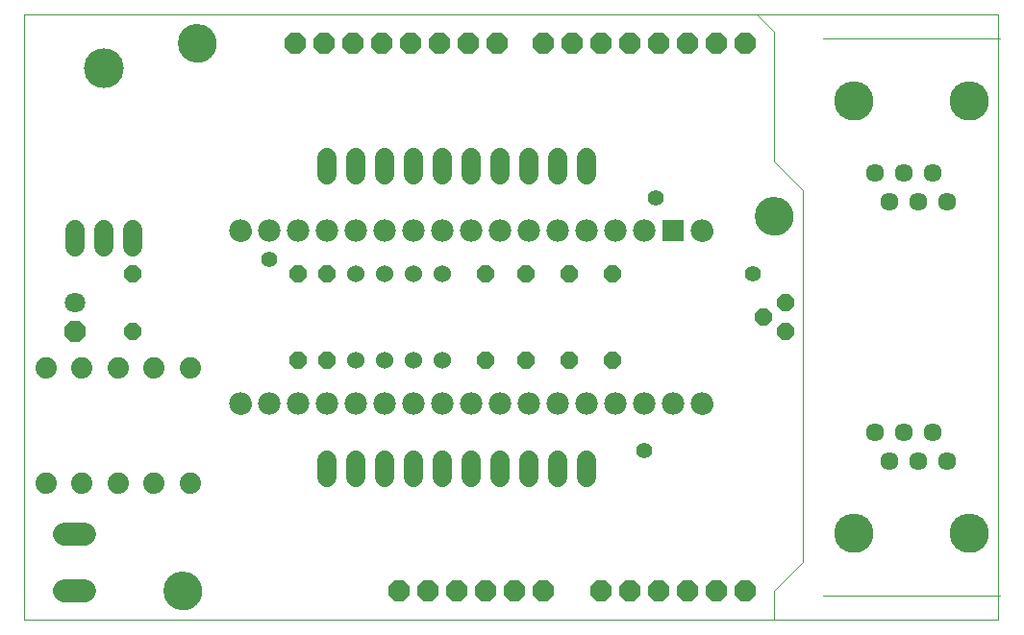
<source format=gbs>
G75*
%MOIN*%
%OFA0B0*%
%FSLAX25Y25*%
%IPPOS*%
%LPD*%
%AMOC8*
5,1,8,0,0,1.08239X$1,22.5*
%
%ADD10C,0.00000*%
%ADD11C,0.06000*%
%ADD12C,0.00039*%
%ADD13C,0.06343*%
%ADD14C,0.13600*%
%ADD15OC8,0.06000*%
%ADD16OC8,0.07400*%
%ADD17C,0.13398*%
%ADD18C,0.07400*%
%ADD19C,0.06800*%
%ADD20C,0.13800*%
%ADD21OC8,0.07100*%
%ADD22C,0.07100*%
%ADD23C,0.07850*%
%ADD24R,0.07800X0.07800*%
%ADD25C,0.07800*%
%ADD26C,0.05550*%
D10*
X0027000Y0005000D02*
X0027000Y0215000D01*
X0281000Y0215000D01*
X0287000Y0209000D01*
X0287000Y0164000D01*
X0297000Y0154000D01*
X0297000Y0025000D01*
X0287000Y0015000D01*
X0287000Y0005000D01*
X0027000Y0005000D01*
X0027000Y0214951D01*
X0364421Y0214951D01*
X0364421Y0005000D01*
X0027000Y0005000D01*
X0075701Y0015000D02*
X0075703Y0015158D01*
X0075709Y0015316D01*
X0075719Y0015474D01*
X0075733Y0015632D01*
X0075751Y0015789D01*
X0075772Y0015946D01*
X0075798Y0016102D01*
X0075828Y0016258D01*
X0075861Y0016413D01*
X0075899Y0016566D01*
X0075940Y0016719D01*
X0075985Y0016871D01*
X0076034Y0017022D01*
X0076087Y0017171D01*
X0076143Y0017319D01*
X0076203Y0017465D01*
X0076267Y0017610D01*
X0076335Y0017753D01*
X0076406Y0017895D01*
X0076480Y0018035D01*
X0076558Y0018172D01*
X0076640Y0018308D01*
X0076724Y0018442D01*
X0076813Y0018573D01*
X0076904Y0018702D01*
X0076999Y0018829D01*
X0077096Y0018954D01*
X0077197Y0019076D01*
X0077301Y0019195D01*
X0077408Y0019312D01*
X0077518Y0019426D01*
X0077631Y0019537D01*
X0077746Y0019646D01*
X0077864Y0019751D01*
X0077985Y0019853D01*
X0078108Y0019953D01*
X0078234Y0020049D01*
X0078362Y0020142D01*
X0078492Y0020232D01*
X0078625Y0020318D01*
X0078760Y0020402D01*
X0078896Y0020481D01*
X0079035Y0020558D01*
X0079176Y0020630D01*
X0079318Y0020700D01*
X0079462Y0020765D01*
X0079608Y0020827D01*
X0079755Y0020885D01*
X0079904Y0020940D01*
X0080054Y0020991D01*
X0080205Y0021038D01*
X0080357Y0021081D01*
X0080510Y0021120D01*
X0080665Y0021156D01*
X0080820Y0021187D01*
X0080976Y0021215D01*
X0081132Y0021239D01*
X0081289Y0021259D01*
X0081447Y0021275D01*
X0081604Y0021287D01*
X0081763Y0021295D01*
X0081921Y0021299D01*
X0082079Y0021299D01*
X0082237Y0021295D01*
X0082396Y0021287D01*
X0082553Y0021275D01*
X0082711Y0021259D01*
X0082868Y0021239D01*
X0083024Y0021215D01*
X0083180Y0021187D01*
X0083335Y0021156D01*
X0083490Y0021120D01*
X0083643Y0021081D01*
X0083795Y0021038D01*
X0083946Y0020991D01*
X0084096Y0020940D01*
X0084245Y0020885D01*
X0084392Y0020827D01*
X0084538Y0020765D01*
X0084682Y0020700D01*
X0084824Y0020630D01*
X0084965Y0020558D01*
X0085104Y0020481D01*
X0085240Y0020402D01*
X0085375Y0020318D01*
X0085508Y0020232D01*
X0085638Y0020142D01*
X0085766Y0020049D01*
X0085892Y0019953D01*
X0086015Y0019853D01*
X0086136Y0019751D01*
X0086254Y0019646D01*
X0086369Y0019537D01*
X0086482Y0019426D01*
X0086592Y0019312D01*
X0086699Y0019195D01*
X0086803Y0019076D01*
X0086904Y0018954D01*
X0087001Y0018829D01*
X0087096Y0018702D01*
X0087187Y0018573D01*
X0087276Y0018442D01*
X0087360Y0018308D01*
X0087442Y0018172D01*
X0087520Y0018035D01*
X0087594Y0017895D01*
X0087665Y0017753D01*
X0087733Y0017610D01*
X0087797Y0017465D01*
X0087857Y0017319D01*
X0087913Y0017171D01*
X0087966Y0017022D01*
X0088015Y0016871D01*
X0088060Y0016719D01*
X0088101Y0016566D01*
X0088139Y0016413D01*
X0088172Y0016258D01*
X0088202Y0016102D01*
X0088228Y0015946D01*
X0088249Y0015789D01*
X0088267Y0015632D01*
X0088281Y0015474D01*
X0088291Y0015316D01*
X0088297Y0015158D01*
X0088299Y0015000D01*
X0088297Y0014842D01*
X0088291Y0014684D01*
X0088281Y0014526D01*
X0088267Y0014368D01*
X0088249Y0014211D01*
X0088228Y0014054D01*
X0088202Y0013898D01*
X0088172Y0013742D01*
X0088139Y0013587D01*
X0088101Y0013434D01*
X0088060Y0013281D01*
X0088015Y0013129D01*
X0087966Y0012978D01*
X0087913Y0012829D01*
X0087857Y0012681D01*
X0087797Y0012535D01*
X0087733Y0012390D01*
X0087665Y0012247D01*
X0087594Y0012105D01*
X0087520Y0011965D01*
X0087442Y0011828D01*
X0087360Y0011692D01*
X0087276Y0011558D01*
X0087187Y0011427D01*
X0087096Y0011298D01*
X0087001Y0011171D01*
X0086904Y0011046D01*
X0086803Y0010924D01*
X0086699Y0010805D01*
X0086592Y0010688D01*
X0086482Y0010574D01*
X0086369Y0010463D01*
X0086254Y0010354D01*
X0086136Y0010249D01*
X0086015Y0010147D01*
X0085892Y0010047D01*
X0085766Y0009951D01*
X0085638Y0009858D01*
X0085508Y0009768D01*
X0085375Y0009682D01*
X0085240Y0009598D01*
X0085104Y0009519D01*
X0084965Y0009442D01*
X0084824Y0009370D01*
X0084682Y0009300D01*
X0084538Y0009235D01*
X0084392Y0009173D01*
X0084245Y0009115D01*
X0084096Y0009060D01*
X0083946Y0009009D01*
X0083795Y0008962D01*
X0083643Y0008919D01*
X0083490Y0008880D01*
X0083335Y0008844D01*
X0083180Y0008813D01*
X0083024Y0008785D01*
X0082868Y0008761D01*
X0082711Y0008741D01*
X0082553Y0008725D01*
X0082396Y0008713D01*
X0082237Y0008705D01*
X0082079Y0008701D01*
X0081921Y0008701D01*
X0081763Y0008705D01*
X0081604Y0008713D01*
X0081447Y0008725D01*
X0081289Y0008741D01*
X0081132Y0008761D01*
X0080976Y0008785D01*
X0080820Y0008813D01*
X0080665Y0008844D01*
X0080510Y0008880D01*
X0080357Y0008919D01*
X0080205Y0008962D01*
X0080054Y0009009D01*
X0079904Y0009060D01*
X0079755Y0009115D01*
X0079608Y0009173D01*
X0079462Y0009235D01*
X0079318Y0009300D01*
X0079176Y0009370D01*
X0079035Y0009442D01*
X0078896Y0009519D01*
X0078760Y0009598D01*
X0078625Y0009682D01*
X0078492Y0009768D01*
X0078362Y0009858D01*
X0078234Y0009951D01*
X0078108Y0010047D01*
X0077985Y0010147D01*
X0077864Y0010249D01*
X0077746Y0010354D01*
X0077631Y0010463D01*
X0077518Y0010574D01*
X0077408Y0010688D01*
X0077301Y0010805D01*
X0077197Y0010924D01*
X0077096Y0011046D01*
X0076999Y0011171D01*
X0076904Y0011298D01*
X0076813Y0011427D01*
X0076724Y0011558D01*
X0076640Y0011692D01*
X0076558Y0011828D01*
X0076480Y0011965D01*
X0076406Y0012105D01*
X0076335Y0012247D01*
X0076267Y0012390D01*
X0076203Y0012535D01*
X0076143Y0012681D01*
X0076087Y0012829D01*
X0076034Y0012978D01*
X0075985Y0013129D01*
X0075940Y0013281D01*
X0075899Y0013434D01*
X0075861Y0013587D01*
X0075828Y0013742D01*
X0075798Y0013898D01*
X0075772Y0014054D01*
X0075751Y0014211D01*
X0075733Y0014368D01*
X0075719Y0014526D01*
X0075709Y0014684D01*
X0075703Y0014842D01*
X0075701Y0015000D01*
X0098500Y0080000D02*
X0098502Y0080118D01*
X0098508Y0080236D01*
X0098518Y0080354D01*
X0098532Y0080471D01*
X0098550Y0080588D01*
X0098572Y0080705D01*
X0098597Y0080820D01*
X0098627Y0080934D01*
X0098661Y0081048D01*
X0098698Y0081160D01*
X0098739Y0081271D01*
X0098784Y0081380D01*
X0098832Y0081488D01*
X0098884Y0081594D01*
X0098940Y0081699D01*
X0098999Y0081801D01*
X0099061Y0081901D01*
X0099127Y0081999D01*
X0099196Y0082095D01*
X0099269Y0082189D01*
X0099344Y0082280D01*
X0099423Y0082368D01*
X0099504Y0082454D01*
X0099589Y0082537D01*
X0099676Y0082617D01*
X0099765Y0082694D01*
X0099858Y0082768D01*
X0099952Y0082838D01*
X0100049Y0082906D01*
X0100149Y0082970D01*
X0100250Y0083031D01*
X0100353Y0083088D01*
X0100459Y0083142D01*
X0100566Y0083193D01*
X0100674Y0083239D01*
X0100784Y0083282D01*
X0100896Y0083321D01*
X0101009Y0083357D01*
X0101123Y0083388D01*
X0101238Y0083416D01*
X0101353Y0083440D01*
X0101470Y0083460D01*
X0101587Y0083476D01*
X0101705Y0083488D01*
X0101823Y0083496D01*
X0101941Y0083500D01*
X0102059Y0083500D01*
X0102177Y0083496D01*
X0102295Y0083488D01*
X0102413Y0083476D01*
X0102530Y0083460D01*
X0102647Y0083440D01*
X0102762Y0083416D01*
X0102877Y0083388D01*
X0102991Y0083357D01*
X0103104Y0083321D01*
X0103216Y0083282D01*
X0103326Y0083239D01*
X0103434Y0083193D01*
X0103541Y0083142D01*
X0103647Y0083088D01*
X0103750Y0083031D01*
X0103851Y0082970D01*
X0103951Y0082906D01*
X0104048Y0082838D01*
X0104142Y0082768D01*
X0104235Y0082694D01*
X0104324Y0082617D01*
X0104411Y0082537D01*
X0104496Y0082454D01*
X0104577Y0082368D01*
X0104656Y0082280D01*
X0104731Y0082189D01*
X0104804Y0082095D01*
X0104873Y0081999D01*
X0104939Y0081901D01*
X0105001Y0081801D01*
X0105060Y0081699D01*
X0105116Y0081594D01*
X0105168Y0081488D01*
X0105216Y0081380D01*
X0105261Y0081271D01*
X0105302Y0081160D01*
X0105339Y0081048D01*
X0105373Y0080934D01*
X0105403Y0080820D01*
X0105428Y0080705D01*
X0105450Y0080588D01*
X0105468Y0080471D01*
X0105482Y0080354D01*
X0105492Y0080236D01*
X0105498Y0080118D01*
X0105500Y0080000D01*
X0105498Y0079882D01*
X0105492Y0079764D01*
X0105482Y0079646D01*
X0105468Y0079529D01*
X0105450Y0079412D01*
X0105428Y0079295D01*
X0105403Y0079180D01*
X0105373Y0079066D01*
X0105339Y0078952D01*
X0105302Y0078840D01*
X0105261Y0078729D01*
X0105216Y0078620D01*
X0105168Y0078512D01*
X0105116Y0078406D01*
X0105060Y0078301D01*
X0105001Y0078199D01*
X0104939Y0078099D01*
X0104873Y0078001D01*
X0104804Y0077905D01*
X0104731Y0077811D01*
X0104656Y0077720D01*
X0104577Y0077632D01*
X0104496Y0077546D01*
X0104411Y0077463D01*
X0104324Y0077383D01*
X0104235Y0077306D01*
X0104142Y0077232D01*
X0104048Y0077162D01*
X0103951Y0077094D01*
X0103851Y0077030D01*
X0103750Y0076969D01*
X0103647Y0076912D01*
X0103541Y0076858D01*
X0103434Y0076807D01*
X0103326Y0076761D01*
X0103216Y0076718D01*
X0103104Y0076679D01*
X0102991Y0076643D01*
X0102877Y0076612D01*
X0102762Y0076584D01*
X0102647Y0076560D01*
X0102530Y0076540D01*
X0102413Y0076524D01*
X0102295Y0076512D01*
X0102177Y0076504D01*
X0102059Y0076500D01*
X0101941Y0076500D01*
X0101823Y0076504D01*
X0101705Y0076512D01*
X0101587Y0076524D01*
X0101470Y0076540D01*
X0101353Y0076560D01*
X0101238Y0076584D01*
X0101123Y0076612D01*
X0101009Y0076643D01*
X0100896Y0076679D01*
X0100784Y0076718D01*
X0100674Y0076761D01*
X0100566Y0076807D01*
X0100459Y0076858D01*
X0100353Y0076912D01*
X0100250Y0076969D01*
X0100149Y0077030D01*
X0100049Y0077094D01*
X0099952Y0077162D01*
X0099858Y0077232D01*
X0099765Y0077306D01*
X0099676Y0077383D01*
X0099589Y0077463D01*
X0099504Y0077546D01*
X0099423Y0077632D01*
X0099344Y0077720D01*
X0099269Y0077811D01*
X0099196Y0077905D01*
X0099127Y0078001D01*
X0099061Y0078099D01*
X0098999Y0078199D01*
X0098940Y0078301D01*
X0098884Y0078406D01*
X0098832Y0078512D01*
X0098784Y0078620D01*
X0098739Y0078729D01*
X0098698Y0078840D01*
X0098661Y0078952D01*
X0098627Y0079066D01*
X0098597Y0079180D01*
X0098572Y0079295D01*
X0098550Y0079412D01*
X0098532Y0079529D01*
X0098518Y0079646D01*
X0098508Y0079764D01*
X0098502Y0079882D01*
X0098500Y0080000D01*
X0098500Y0140000D02*
X0098502Y0140118D01*
X0098508Y0140236D01*
X0098518Y0140354D01*
X0098532Y0140471D01*
X0098550Y0140588D01*
X0098572Y0140705D01*
X0098597Y0140820D01*
X0098627Y0140934D01*
X0098661Y0141048D01*
X0098698Y0141160D01*
X0098739Y0141271D01*
X0098784Y0141380D01*
X0098832Y0141488D01*
X0098884Y0141594D01*
X0098940Y0141699D01*
X0098999Y0141801D01*
X0099061Y0141901D01*
X0099127Y0141999D01*
X0099196Y0142095D01*
X0099269Y0142189D01*
X0099344Y0142280D01*
X0099423Y0142368D01*
X0099504Y0142454D01*
X0099589Y0142537D01*
X0099676Y0142617D01*
X0099765Y0142694D01*
X0099858Y0142768D01*
X0099952Y0142838D01*
X0100049Y0142906D01*
X0100149Y0142970D01*
X0100250Y0143031D01*
X0100353Y0143088D01*
X0100459Y0143142D01*
X0100566Y0143193D01*
X0100674Y0143239D01*
X0100784Y0143282D01*
X0100896Y0143321D01*
X0101009Y0143357D01*
X0101123Y0143388D01*
X0101238Y0143416D01*
X0101353Y0143440D01*
X0101470Y0143460D01*
X0101587Y0143476D01*
X0101705Y0143488D01*
X0101823Y0143496D01*
X0101941Y0143500D01*
X0102059Y0143500D01*
X0102177Y0143496D01*
X0102295Y0143488D01*
X0102413Y0143476D01*
X0102530Y0143460D01*
X0102647Y0143440D01*
X0102762Y0143416D01*
X0102877Y0143388D01*
X0102991Y0143357D01*
X0103104Y0143321D01*
X0103216Y0143282D01*
X0103326Y0143239D01*
X0103434Y0143193D01*
X0103541Y0143142D01*
X0103647Y0143088D01*
X0103750Y0143031D01*
X0103851Y0142970D01*
X0103951Y0142906D01*
X0104048Y0142838D01*
X0104142Y0142768D01*
X0104235Y0142694D01*
X0104324Y0142617D01*
X0104411Y0142537D01*
X0104496Y0142454D01*
X0104577Y0142368D01*
X0104656Y0142280D01*
X0104731Y0142189D01*
X0104804Y0142095D01*
X0104873Y0141999D01*
X0104939Y0141901D01*
X0105001Y0141801D01*
X0105060Y0141699D01*
X0105116Y0141594D01*
X0105168Y0141488D01*
X0105216Y0141380D01*
X0105261Y0141271D01*
X0105302Y0141160D01*
X0105339Y0141048D01*
X0105373Y0140934D01*
X0105403Y0140820D01*
X0105428Y0140705D01*
X0105450Y0140588D01*
X0105468Y0140471D01*
X0105482Y0140354D01*
X0105492Y0140236D01*
X0105498Y0140118D01*
X0105500Y0140000D01*
X0105498Y0139882D01*
X0105492Y0139764D01*
X0105482Y0139646D01*
X0105468Y0139529D01*
X0105450Y0139412D01*
X0105428Y0139295D01*
X0105403Y0139180D01*
X0105373Y0139066D01*
X0105339Y0138952D01*
X0105302Y0138840D01*
X0105261Y0138729D01*
X0105216Y0138620D01*
X0105168Y0138512D01*
X0105116Y0138406D01*
X0105060Y0138301D01*
X0105001Y0138199D01*
X0104939Y0138099D01*
X0104873Y0138001D01*
X0104804Y0137905D01*
X0104731Y0137811D01*
X0104656Y0137720D01*
X0104577Y0137632D01*
X0104496Y0137546D01*
X0104411Y0137463D01*
X0104324Y0137383D01*
X0104235Y0137306D01*
X0104142Y0137232D01*
X0104048Y0137162D01*
X0103951Y0137094D01*
X0103851Y0137030D01*
X0103750Y0136969D01*
X0103647Y0136912D01*
X0103541Y0136858D01*
X0103434Y0136807D01*
X0103326Y0136761D01*
X0103216Y0136718D01*
X0103104Y0136679D01*
X0102991Y0136643D01*
X0102877Y0136612D01*
X0102762Y0136584D01*
X0102647Y0136560D01*
X0102530Y0136540D01*
X0102413Y0136524D01*
X0102295Y0136512D01*
X0102177Y0136504D01*
X0102059Y0136500D01*
X0101941Y0136500D01*
X0101823Y0136504D01*
X0101705Y0136512D01*
X0101587Y0136524D01*
X0101470Y0136540D01*
X0101353Y0136560D01*
X0101238Y0136584D01*
X0101123Y0136612D01*
X0101009Y0136643D01*
X0100896Y0136679D01*
X0100784Y0136718D01*
X0100674Y0136761D01*
X0100566Y0136807D01*
X0100459Y0136858D01*
X0100353Y0136912D01*
X0100250Y0136969D01*
X0100149Y0137030D01*
X0100049Y0137094D01*
X0099952Y0137162D01*
X0099858Y0137232D01*
X0099765Y0137306D01*
X0099676Y0137383D01*
X0099589Y0137463D01*
X0099504Y0137546D01*
X0099423Y0137632D01*
X0099344Y0137720D01*
X0099269Y0137811D01*
X0099196Y0137905D01*
X0099127Y0138001D01*
X0099061Y0138099D01*
X0098999Y0138199D01*
X0098940Y0138301D01*
X0098884Y0138406D01*
X0098832Y0138512D01*
X0098784Y0138620D01*
X0098739Y0138729D01*
X0098698Y0138840D01*
X0098661Y0138952D01*
X0098627Y0139066D01*
X0098597Y0139180D01*
X0098572Y0139295D01*
X0098550Y0139412D01*
X0098532Y0139529D01*
X0098518Y0139646D01*
X0098508Y0139764D01*
X0098502Y0139882D01*
X0098500Y0140000D01*
X0048000Y0196500D02*
X0048002Y0196661D01*
X0048008Y0196821D01*
X0048018Y0196982D01*
X0048032Y0197142D01*
X0048050Y0197302D01*
X0048071Y0197461D01*
X0048097Y0197620D01*
X0048127Y0197778D01*
X0048160Y0197935D01*
X0048198Y0198092D01*
X0048239Y0198247D01*
X0048284Y0198401D01*
X0048333Y0198554D01*
X0048386Y0198706D01*
X0048442Y0198857D01*
X0048503Y0199006D01*
X0048566Y0199154D01*
X0048634Y0199300D01*
X0048705Y0199444D01*
X0048779Y0199586D01*
X0048857Y0199727D01*
X0048939Y0199865D01*
X0049024Y0200002D01*
X0049112Y0200136D01*
X0049204Y0200268D01*
X0049299Y0200398D01*
X0049397Y0200526D01*
X0049498Y0200651D01*
X0049602Y0200773D01*
X0049709Y0200893D01*
X0049819Y0201010D01*
X0049932Y0201125D01*
X0050048Y0201236D01*
X0050167Y0201345D01*
X0050288Y0201450D01*
X0050412Y0201553D01*
X0050538Y0201653D01*
X0050666Y0201749D01*
X0050797Y0201842D01*
X0050931Y0201932D01*
X0051066Y0202019D01*
X0051204Y0202102D01*
X0051343Y0202182D01*
X0051485Y0202258D01*
X0051628Y0202331D01*
X0051773Y0202400D01*
X0051920Y0202466D01*
X0052068Y0202528D01*
X0052218Y0202586D01*
X0052369Y0202641D01*
X0052522Y0202692D01*
X0052676Y0202739D01*
X0052831Y0202782D01*
X0052987Y0202821D01*
X0053143Y0202857D01*
X0053301Y0202888D01*
X0053459Y0202916D01*
X0053618Y0202940D01*
X0053778Y0202960D01*
X0053938Y0202976D01*
X0054098Y0202988D01*
X0054259Y0202996D01*
X0054420Y0203000D01*
X0054580Y0203000D01*
X0054741Y0202996D01*
X0054902Y0202988D01*
X0055062Y0202976D01*
X0055222Y0202960D01*
X0055382Y0202940D01*
X0055541Y0202916D01*
X0055699Y0202888D01*
X0055857Y0202857D01*
X0056013Y0202821D01*
X0056169Y0202782D01*
X0056324Y0202739D01*
X0056478Y0202692D01*
X0056631Y0202641D01*
X0056782Y0202586D01*
X0056932Y0202528D01*
X0057080Y0202466D01*
X0057227Y0202400D01*
X0057372Y0202331D01*
X0057515Y0202258D01*
X0057657Y0202182D01*
X0057796Y0202102D01*
X0057934Y0202019D01*
X0058069Y0201932D01*
X0058203Y0201842D01*
X0058334Y0201749D01*
X0058462Y0201653D01*
X0058588Y0201553D01*
X0058712Y0201450D01*
X0058833Y0201345D01*
X0058952Y0201236D01*
X0059068Y0201125D01*
X0059181Y0201010D01*
X0059291Y0200893D01*
X0059398Y0200773D01*
X0059502Y0200651D01*
X0059603Y0200526D01*
X0059701Y0200398D01*
X0059796Y0200268D01*
X0059888Y0200136D01*
X0059976Y0200002D01*
X0060061Y0199865D01*
X0060143Y0199727D01*
X0060221Y0199586D01*
X0060295Y0199444D01*
X0060366Y0199300D01*
X0060434Y0199154D01*
X0060497Y0199006D01*
X0060558Y0198857D01*
X0060614Y0198706D01*
X0060667Y0198554D01*
X0060716Y0198401D01*
X0060761Y0198247D01*
X0060802Y0198092D01*
X0060840Y0197935D01*
X0060873Y0197778D01*
X0060903Y0197620D01*
X0060929Y0197461D01*
X0060950Y0197302D01*
X0060968Y0197142D01*
X0060982Y0196982D01*
X0060992Y0196821D01*
X0060998Y0196661D01*
X0061000Y0196500D01*
X0060998Y0196339D01*
X0060992Y0196179D01*
X0060982Y0196018D01*
X0060968Y0195858D01*
X0060950Y0195698D01*
X0060929Y0195539D01*
X0060903Y0195380D01*
X0060873Y0195222D01*
X0060840Y0195065D01*
X0060802Y0194908D01*
X0060761Y0194753D01*
X0060716Y0194599D01*
X0060667Y0194446D01*
X0060614Y0194294D01*
X0060558Y0194143D01*
X0060497Y0193994D01*
X0060434Y0193846D01*
X0060366Y0193700D01*
X0060295Y0193556D01*
X0060221Y0193414D01*
X0060143Y0193273D01*
X0060061Y0193135D01*
X0059976Y0192998D01*
X0059888Y0192864D01*
X0059796Y0192732D01*
X0059701Y0192602D01*
X0059603Y0192474D01*
X0059502Y0192349D01*
X0059398Y0192227D01*
X0059291Y0192107D01*
X0059181Y0191990D01*
X0059068Y0191875D01*
X0058952Y0191764D01*
X0058833Y0191655D01*
X0058712Y0191550D01*
X0058588Y0191447D01*
X0058462Y0191347D01*
X0058334Y0191251D01*
X0058203Y0191158D01*
X0058069Y0191068D01*
X0057934Y0190981D01*
X0057796Y0190898D01*
X0057657Y0190818D01*
X0057515Y0190742D01*
X0057372Y0190669D01*
X0057227Y0190600D01*
X0057080Y0190534D01*
X0056932Y0190472D01*
X0056782Y0190414D01*
X0056631Y0190359D01*
X0056478Y0190308D01*
X0056324Y0190261D01*
X0056169Y0190218D01*
X0056013Y0190179D01*
X0055857Y0190143D01*
X0055699Y0190112D01*
X0055541Y0190084D01*
X0055382Y0190060D01*
X0055222Y0190040D01*
X0055062Y0190024D01*
X0054902Y0190012D01*
X0054741Y0190004D01*
X0054580Y0190000D01*
X0054420Y0190000D01*
X0054259Y0190004D01*
X0054098Y0190012D01*
X0053938Y0190024D01*
X0053778Y0190040D01*
X0053618Y0190060D01*
X0053459Y0190084D01*
X0053301Y0190112D01*
X0053143Y0190143D01*
X0052987Y0190179D01*
X0052831Y0190218D01*
X0052676Y0190261D01*
X0052522Y0190308D01*
X0052369Y0190359D01*
X0052218Y0190414D01*
X0052068Y0190472D01*
X0051920Y0190534D01*
X0051773Y0190600D01*
X0051628Y0190669D01*
X0051485Y0190742D01*
X0051343Y0190818D01*
X0051204Y0190898D01*
X0051066Y0190981D01*
X0050931Y0191068D01*
X0050797Y0191158D01*
X0050666Y0191251D01*
X0050538Y0191347D01*
X0050412Y0191447D01*
X0050288Y0191550D01*
X0050167Y0191655D01*
X0050048Y0191764D01*
X0049932Y0191875D01*
X0049819Y0191990D01*
X0049709Y0192107D01*
X0049602Y0192227D01*
X0049498Y0192349D01*
X0049397Y0192474D01*
X0049299Y0192602D01*
X0049204Y0192732D01*
X0049112Y0192864D01*
X0049024Y0192998D01*
X0048939Y0193135D01*
X0048857Y0193273D01*
X0048779Y0193414D01*
X0048705Y0193556D01*
X0048634Y0193700D01*
X0048566Y0193846D01*
X0048503Y0193994D01*
X0048442Y0194143D01*
X0048386Y0194294D01*
X0048333Y0194446D01*
X0048284Y0194599D01*
X0048239Y0194753D01*
X0048198Y0194908D01*
X0048160Y0195065D01*
X0048127Y0195222D01*
X0048097Y0195380D01*
X0048071Y0195539D01*
X0048050Y0195698D01*
X0048032Y0195858D01*
X0048018Y0196018D01*
X0048008Y0196179D01*
X0048002Y0196339D01*
X0048000Y0196500D01*
X0080701Y0205000D02*
X0080703Y0205158D01*
X0080709Y0205316D01*
X0080719Y0205474D01*
X0080733Y0205632D01*
X0080751Y0205789D01*
X0080772Y0205946D01*
X0080798Y0206102D01*
X0080828Y0206258D01*
X0080861Y0206413D01*
X0080899Y0206566D01*
X0080940Y0206719D01*
X0080985Y0206871D01*
X0081034Y0207022D01*
X0081087Y0207171D01*
X0081143Y0207319D01*
X0081203Y0207465D01*
X0081267Y0207610D01*
X0081335Y0207753D01*
X0081406Y0207895D01*
X0081480Y0208035D01*
X0081558Y0208172D01*
X0081640Y0208308D01*
X0081724Y0208442D01*
X0081813Y0208573D01*
X0081904Y0208702D01*
X0081999Y0208829D01*
X0082096Y0208954D01*
X0082197Y0209076D01*
X0082301Y0209195D01*
X0082408Y0209312D01*
X0082518Y0209426D01*
X0082631Y0209537D01*
X0082746Y0209646D01*
X0082864Y0209751D01*
X0082985Y0209853D01*
X0083108Y0209953D01*
X0083234Y0210049D01*
X0083362Y0210142D01*
X0083492Y0210232D01*
X0083625Y0210318D01*
X0083760Y0210402D01*
X0083896Y0210481D01*
X0084035Y0210558D01*
X0084176Y0210630D01*
X0084318Y0210700D01*
X0084462Y0210765D01*
X0084608Y0210827D01*
X0084755Y0210885D01*
X0084904Y0210940D01*
X0085054Y0210991D01*
X0085205Y0211038D01*
X0085357Y0211081D01*
X0085510Y0211120D01*
X0085665Y0211156D01*
X0085820Y0211187D01*
X0085976Y0211215D01*
X0086132Y0211239D01*
X0086289Y0211259D01*
X0086447Y0211275D01*
X0086604Y0211287D01*
X0086763Y0211295D01*
X0086921Y0211299D01*
X0087079Y0211299D01*
X0087237Y0211295D01*
X0087396Y0211287D01*
X0087553Y0211275D01*
X0087711Y0211259D01*
X0087868Y0211239D01*
X0088024Y0211215D01*
X0088180Y0211187D01*
X0088335Y0211156D01*
X0088490Y0211120D01*
X0088643Y0211081D01*
X0088795Y0211038D01*
X0088946Y0210991D01*
X0089096Y0210940D01*
X0089245Y0210885D01*
X0089392Y0210827D01*
X0089538Y0210765D01*
X0089682Y0210700D01*
X0089824Y0210630D01*
X0089965Y0210558D01*
X0090104Y0210481D01*
X0090240Y0210402D01*
X0090375Y0210318D01*
X0090508Y0210232D01*
X0090638Y0210142D01*
X0090766Y0210049D01*
X0090892Y0209953D01*
X0091015Y0209853D01*
X0091136Y0209751D01*
X0091254Y0209646D01*
X0091369Y0209537D01*
X0091482Y0209426D01*
X0091592Y0209312D01*
X0091699Y0209195D01*
X0091803Y0209076D01*
X0091904Y0208954D01*
X0092001Y0208829D01*
X0092096Y0208702D01*
X0092187Y0208573D01*
X0092276Y0208442D01*
X0092360Y0208308D01*
X0092442Y0208172D01*
X0092520Y0208035D01*
X0092594Y0207895D01*
X0092665Y0207753D01*
X0092733Y0207610D01*
X0092797Y0207465D01*
X0092857Y0207319D01*
X0092913Y0207171D01*
X0092966Y0207022D01*
X0093015Y0206871D01*
X0093060Y0206719D01*
X0093101Y0206566D01*
X0093139Y0206413D01*
X0093172Y0206258D01*
X0093202Y0206102D01*
X0093228Y0205946D01*
X0093249Y0205789D01*
X0093267Y0205632D01*
X0093281Y0205474D01*
X0093291Y0205316D01*
X0093297Y0205158D01*
X0093299Y0205000D01*
X0093297Y0204842D01*
X0093291Y0204684D01*
X0093281Y0204526D01*
X0093267Y0204368D01*
X0093249Y0204211D01*
X0093228Y0204054D01*
X0093202Y0203898D01*
X0093172Y0203742D01*
X0093139Y0203587D01*
X0093101Y0203434D01*
X0093060Y0203281D01*
X0093015Y0203129D01*
X0092966Y0202978D01*
X0092913Y0202829D01*
X0092857Y0202681D01*
X0092797Y0202535D01*
X0092733Y0202390D01*
X0092665Y0202247D01*
X0092594Y0202105D01*
X0092520Y0201965D01*
X0092442Y0201828D01*
X0092360Y0201692D01*
X0092276Y0201558D01*
X0092187Y0201427D01*
X0092096Y0201298D01*
X0092001Y0201171D01*
X0091904Y0201046D01*
X0091803Y0200924D01*
X0091699Y0200805D01*
X0091592Y0200688D01*
X0091482Y0200574D01*
X0091369Y0200463D01*
X0091254Y0200354D01*
X0091136Y0200249D01*
X0091015Y0200147D01*
X0090892Y0200047D01*
X0090766Y0199951D01*
X0090638Y0199858D01*
X0090508Y0199768D01*
X0090375Y0199682D01*
X0090240Y0199598D01*
X0090104Y0199519D01*
X0089965Y0199442D01*
X0089824Y0199370D01*
X0089682Y0199300D01*
X0089538Y0199235D01*
X0089392Y0199173D01*
X0089245Y0199115D01*
X0089096Y0199060D01*
X0088946Y0199009D01*
X0088795Y0198962D01*
X0088643Y0198919D01*
X0088490Y0198880D01*
X0088335Y0198844D01*
X0088180Y0198813D01*
X0088024Y0198785D01*
X0087868Y0198761D01*
X0087711Y0198741D01*
X0087553Y0198725D01*
X0087396Y0198713D01*
X0087237Y0198705D01*
X0087079Y0198701D01*
X0086921Y0198701D01*
X0086763Y0198705D01*
X0086604Y0198713D01*
X0086447Y0198725D01*
X0086289Y0198741D01*
X0086132Y0198761D01*
X0085976Y0198785D01*
X0085820Y0198813D01*
X0085665Y0198844D01*
X0085510Y0198880D01*
X0085357Y0198919D01*
X0085205Y0198962D01*
X0085054Y0199009D01*
X0084904Y0199060D01*
X0084755Y0199115D01*
X0084608Y0199173D01*
X0084462Y0199235D01*
X0084318Y0199300D01*
X0084176Y0199370D01*
X0084035Y0199442D01*
X0083896Y0199519D01*
X0083760Y0199598D01*
X0083625Y0199682D01*
X0083492Y0199768D01*
X0083362Y0199858D01*
X0083234Y0199951D01*
X0083108Y0200047D01*
X0082985Y0200147D01*
X0082864Y0200249D01*
X0082746Y0200354D01*
X0082631Y0200463D01*
X0082518Y0200574D01*
X0082408Y0200688D01*
X0082301Y0200805D01*
X0082197Y0200924D01*
X0082096Y0201046D01*
X0081999Y0201171D01*
X0081904Y0201298D01*
X0081813Y0201427D01*
X0081724Y0201558D01*
X0081640Y0201692D01*
X0081558Y0201828D01*
X0081480Y0201965D01*
X0081406Y0202105D01*
X0081335Y0202247D01*
X0081267Y0202390D01*
X0081203Y0202535D01*
X0081143Y0202681D01*
X0081087Y0202829D01*
X0081034Y0202978D01*
X0080985Y0203129D01*
X0080940Y0203281D01*
X0080899Y0203434D01*
X0080861Y0203587D01*
X0080828Y0203742D01*
X0080798Y0203898D01*
X0080772Y0204054D01*
X0080751Y0204211D01*
X0080733Y0204368D01*
X0080719Y0204526D01*
X0080709Y0204684D01*
X0080703Y0204842D01*
X0080701Y0205000D01*
X0258500Y0140000D02*
X0258502Y0140118D01*
X0258508Y0140236D01*
X0258518Y0140354D01*
X0258532Y0140471D01*
X0258550Y0140588D01*
X0258572Y0140705D01*
X0258597Y0140820D01*
X0258627Y0140934D01*
X0258661Y0141048D01*
X0258698Y0141160D01*
X0258739Y0141271D01*
X0258784Y0141380D01*
X0258832Y0141488D01*
X0258884Y0141594D01*
X0258940Y0141699D01*
X0258999Y0141801D01*
X0259061Y0141901D01*
X0259127Y0141999D01*
X0259196Y0142095D01*
X0259269Y0142189D01*
X0259344Y0142280D01*
X0259423Y0142368D01*
X0259504Y0142454D01*
X0259589Y0142537D01*
X0259676Y0142617D01*
X0259765Y0142694D01*
X0259858Y0142768D01*
X0259952Y0142838D01*
X0260049Y0142906D01*
X0260149Y0142970D01*
X0260250Y0143031D01*
X0260353Y0143088D01*
X0260459Y0143142D01*
X0260566Y0143193D01*
X0260674Y0143239D01*
X0260784Y0143282D01*
X0260896Y0143321D01*
X0261009Y0143357D01*
X0261123Y0143388D01*
X0261238Y0143416D01*
X0261353Y0143440D01*
X0261470Y0143460D01*
X0261587Y0143476D01*
X0261705Y0143488D01*
X0261823Y0143496D01*
X0261941Y0143500D01*
X0262059Y0143500D01*
X0262177Y0143496D01*
X0262295Y0143488D01*
X0262413Y0143476D01*
X0262530Y0143460D01*
X0262647Y0143440D01*
X0262762Y0143416D01*
X0262877Y0143388D01*
X0262991Y0143357D01*
X0263104Y0143321D01*
X0263216Y0143282D01*
X0263326Y0143239D01*
X0263434Y0143193D01*
X0263541Y0143142D01*
X0263647Y0143088D01*
X0263750Y0143031D01*
X0263851Y0142970D01*
X0263951Y0142906D01*
X0264048Y0142838D01*
X0264142Y0142768D01*
X0264235Y0142694D01*
X0264324Y0142617D01*
X0264411Y0142537D01*
X0264496Y0142454D01*
X0264577Y0142368D01*
X0264656Y0142280D01*
X0264731Y0142189D01*
X0264804Y0142095D01*
X0264873Y0141999D01*
X0264939Y0141901D01*
X0265001Y0141801D01*
X0265060Y0141699D01*
X0265116Y0141594D01*
X0265168Y0141488D01*
X0265216Y0141380D01*
X0265261Y0141271D01*
X0265302Y0141160D01*
X0265339Y0141048D01*
X0265373Y0140934D01*
X0265403Y0140820D01*
X0265428Y0140705D01*
X0265450Y0140588D01*
X0265468Y0140471D01*
X0265482Y0140354D01*
X0265492Y0140236D01*
X0265498Y0140118D01*
X0265500Y0140000D01*
X0265498Y0139882D01*
X0265492Y0139764D01*
X0265482Y0139646D01*
X0265468Y0139529D01*
X0265450Y0139412D01*
X0265428Y0139295D01*
X0265403Y0139180D01*
X0265373Y0139066D01*
X0265339Y0138952D01*
X0265302Y0138840D01*
X0265261Y0138729D01*
X0265216Y0138620D01*
X0265168Y0138512D01*
X0265116Y0138406D01*
X0265060Y0138301D01*
X0265001Y0138199D01*
X0264939Y0138099D01*
X0264873Y0138001D01*
X0264804Y0137905D01*
X0264731Y0137811D01*
X0264656Y0137720D01*
X0264577Y0137632D01*
X0264496Y0137546D01*
X0264411Y0137463D01*
X0264324Y0137383D01*
X0264235Y0137306D01*
X0264142Y0137232D01*
X0264048Y0137162D01*
X0263951Y0137094D01*
X0263851Y0137030D01*
X0263750Y0136969D01*
X0263647Y0136912D01*
X0263541Y0136858D01*
X0263434Y0136807D01*
X0263326Y0136761D01*
X0263216Y0136718D01*
X0263104Y0136679D01*
X0262991Y0136643D01*
X0262877Y0136612D01*
X0262762Y0136584D01*
X0262647Y0136560D01*
X0262530Y0136540D01*
X0262413Y0136524D01*
X0262295Y0136512D01*
X0262177Y0136504D01*
X0262059Y0136500D01*
X0261941Y0136500D01*
X0261823Y0136504D01*
X0261705Y0136512D01*
X0261587Y0136524D01*
X0261470Y0136540D01*
X0261353Y0136560D01*
X0261238Y0136584D01*
X0261123Y0136612D01*
X0261009Y0136643D01*
X0260896Y0136679D01*
X0260784Y0136718D01*
X0260674Y0136761D01*
X0260566Y0136807D01*
X0260459Y0136858D01*
X0260353Y0136912D01*
X0260250Y0136969D01*
X0260149Y0137030D01*
X0260049Y0137094D01*
X0259952Y0137162D01*
X0259858Y0137232D01*
X0259765Y0137306D01*
X0259676Y0137383D01*
X0259589Y0137463D01*
X0259504Y0137546D01*
X0259423Y0137632D01*
X0259344Y0137720D01*
X0259269Y0137811D01*
X0259196Y0137905D01*
X0259127Y0138001D01*
X0259061Y0138099D01*
X0258999Y0138199D01*
X0258940Y0138301D01*
X0258884Y0138406D01*
X0258832Y0138512D01*
X0258784Y0138620D01*
X0258739Y0138729D01*
X0258698Y0138840D01*
X0258661Y0138952D01*
X0258627Y0139066D01*
X0258597Y0139180D01*
X0258572Y0139295D01*
X0258550Y0139412D01*
X0258532Y0139529D01*
X0258518Y0139646D01*
X0258508Y0139764D01*
X0258502Y0139882D01*
X0258500Y0140000D01*
X0280701Y0145000D02*
X0280703Y0145158D01*
X0280709Y0145316D01*
X0280719Y0145474D01*
X0280733Y0145632D01*
X0280751Y0145789D01*
X0280772Y0145946D01*
X0280798Y0146102D01*
X0280828Y0146258D01*
X0280861Y0146413D01*
X0280899Y0146566D01*
X0280940Y0146719D01*
X0280985Y0146871D01*
X0281034Y0147022D01*
X0281087Y0147171D01*
X0281143Y0147319D01*
X0281203Y0147465D01*
X0281267Y0147610D01*
X0281335Y0147753D01*
X0281406Y0147895D01*
X0281480Y0148035D01*
X0281558Y0148172D01*
X0281640Y0148308D01*
X0281724Y0148442D01*
X0281813Y0148573D01*
X0281904Y0148702D01*
X0281999Y0148829D01*
X0282096Y0148954D01*
X0282197Y0149076D01*
X0282301Y0149195D01*
X0282408Y0149312D01*
X0282518Y0149426D01*
X0282631Y0149537D01*
X0282746Y0149646D01*
X0282864Y0149751D01*
X0282985Y0149853D01*
X0283108Y0149953D01*
X0283234Y0150049D01*
X0283362Y0150142D01*
X0283492Y0150232D01*
X0283625Y0150318D01*
X0283760Y0150402D01*
X0283896Y0150481D01*
X0284035Y0150558D01*
X0284176Y0150630D01*
X0284318Y0150700D01*
X0284462Y0150765D01*
X0284608Y0150827D01*
X0284755Y0150885D01*
X0284904Y0150940D01*
X0285054Y0150991D01*
X0285205Y0151038D01*
X0285357Y0151081D01*
X0285510Y0151120D01*
X0285665Y0151156D01*
X0285820Y0151187D01*
X0285976Y0151215D01*
X0286132Y0151239D01*
X0286289Y0151259D01*
X0286447Y0151275D01*
X0286604Y0151287D01*
X0286763Y0151295D01*
X0286921Y0151299D01*
X0287079Y0151299D01*
X0287237Y0151295D01*
X0287396Y0151287D01*
X0287553Y0151275D01*
X0287711Y0151259D01*
X0287868Y0151239D01*
X0288024Y0151215D01*
X0288180Y0151187D01*
X0288335Y0151156D01*
X0288490Y0151120D01*
X0288643Y0151081D01*
X0288795Y0151038D01*
X0288946Y0150991D01*
X0289096Y0150940D01*
X0289245Y0150885D01*
X0289392Y0150827D01*
X0289538Y0150765D01*
X0289682Y0150700D01*
X0289824Y0150630D01*
X0289965Y0150558D01*
X0290104Y0150481D01*
X0290240Y0150402D01*
X0290375Y0150318D01*
X0290508Y0150232D01*
X0290638Y0150142D01*
X0290766Y0150049D01*
X0290892Y0149953D01*
X0291015Y0149853D01*
X0291136Y0149751D01*
X0291254Y0149646D01*
X0291369Y0149537D01*
X0291482Y0149426D01*
X0291592Y0149312D01*
X0291699Y0149195D01*
X0291803Y0149076D01*
X0291904Y0148954D01*
X0292001Y0148829D01*
X0292096Y0148702D01*
X0292187Y0148573D01*
X0292276Y0148442D01*
X0292360Y0148308D01*
X0292442Y0148172D01*
X0292520Y0148035D01*
X0292594Y0147895D01*
X0292665Y0147753D01*
X0292733Y0147610D01*
X0292797Y0147465D01*
X0292857Y0147319D01*
X0292913Y0147171D01*
X0292966Y0147022D01*
X0293015Y0146871D01*
X0293060Y0146719D01*
X0293101Y0146566D01*
X0293139Y0146413D01*
X0293172Y0146258D01*
X0293202Y0146102D01*
X0293228Y0145946D01*
X0293249Y0145789D01*
X0293267Y0145632D01*
X0293281Y0145474D01*
X0293291Y0145316D01*
X0293297Y0145158D01*
X0293299Y0145000D01*
X0293297Y0144842D01*
X0293291Y0144684D01*
X0293281Y0144526D01*
X0293267Y0144368D01*
X0293249Y0144211D01*
X0293228Y0144054D01*
X0293202Y0143898D01*
X0293172Y0143742D01*
X0293139Y0143587D01*
X0293101Y0143434D01*
X0293060Y0143281D01*
X0293015Y0143129D01*
X0292966Y0142978D01*
X0292913Y0142829D01*
X0292857Y0142681D01*
X0292797Y0142535D01*
X0292733Y0142390D01*
X0292665Y0142247D01*
X0292594Y0142105D01*
X0292520Y0141965D01*
X0292442Y0141828D01*
X0292360Y0141692D01*
X0292276Y0141558D01*
X0292187Y0141427D01*
X0292096Y0141298D01*
X0292001Y0141171D01*
X0291904Y0141046D01*
X0291803Y0140924D01*
X0291699Y0140805D01*
X0291592Y0140688D01*
X0291482Y0140574D01*
X0291369Y0140463D01*
X0291254Y0140354D01*
X0291136Y0140249D01*
X0291015Y0140147D01*
X0290892Y0140047D01*
X0290766Y0139951D01*
X0290638Y0139858D01*
X0290508Y0139768D01*
X0290375Y0139682D01*
X0290240Y0139598D01*
X0290104Y0139519D01*
X0289965Y0139442D01*
X0289824Y0139370D01*
X0289682Y0139300D01*
X0289538Y0139235D01*
X0289392Y0139173D01*
X0289245Y0139115D01*
X0289096Y0139060D01*
X0288946Y0139009D01*
X0288795Y0138962D01*
X0288643Y0138919D01*
X0288490Y0138880D01*
X0288335Y0138844D01*
X0288180Y0138813D01*
X0288024Y0138785D01*
X0287868Y0138761D01*
X0287711Y0138741D01*
X0287553Y0138725D01*
X0287396Y0138713D01*
X0287237Y0138705D01*
X0287079Y0138701D01*
X0286921Y0138701D01*
X0286763Y0138705D01*
X0286604Y0138713D01*
X0286447Y0138725D01*
X0286289Y0138741D01*
X0286132Y0138761D01*
X0285976Y0138785D01*
X0285820Y0138813D01*
X0285665Y0138844D01*
X0285510Y0138880D01*
X0285357Y0138919D01*
X0285205Y0138962D01*
X0285054Y0139009D01*
X0284904Y0139060D01*
X0284755Y0139115D01*
X0284608Y0139173D01*
X0284462Y0139235D01*
X0284318Y0139300D01*
X0284176Y0139370D01*
X0284035Y0139442D01*
X0283896Y0139519D01*
X0283760Y0139598D01*
X0283625Y0139682D01*
X0283492Y0139768D01*
X0283362Y0139858D01*
X0283234Y0139951D01*
X0283108Y0140047D01*
X0282985Y0140147D01*
X0282864Y0140249D01*
X0282746Y0140354D01*
X0282631Y0140463D01*
X0282518Y0140574D01*
X0282408Y0140688D01*
X0282301Y0140805D01*
X0282197Y0140924D01*
X0282096Y0141046D01*
X0281999Y0141171D01*
X0281904Y0141298D01*
X0281813Y0141427D01*
X0281724Y0141558D01*
X0281640Y0141692D01*
X0281558Y0141828D01*
X0281480Y0141965D01*
X0281406Y0142105D01*
X0281335Y0142247D01*
X0281267Y0142390D01*
X0281203Y0142535D01*
X0281143Y0142681D01*
X0281087Y0142829D01*
X0281034Y0142978D01*
X0280985Y0143129D01*
X0280940Y0143281D01*
X0280899Y0143434D01*
X0280861Y0143587D01*
X0280828Y0143742D01*
X0280798Y0143898D01*
X0280772Y0144054D01*
X0280751Y0144211D01*
X0280733Y0144368D01*
X0280719Y0144526D01*
X0280709Y0144684D01*
X0280703Y0144842D01*
X0280701Y0145000D01*
X0308100Y0185000D02*
X0308102Y0185160D01*
X0308108Y0185319D01*
X0308118Y0185478D01*
X0308132Y0185637D01*
X0308150Y0185796D01*
X0308171Y0185954D01*
X0308197Y0186111D01*
X0308227Y0186268D01*
X0308260Y0186424D01*
X0308298Y0186579D01*
X0308339Y0186733D01*
X0308384Y0186886D01*
X0308433Y0187038D01*
X0308486Y0187189D01*
X0308542Y0187338D01*
X0308603Y0187486D01*
X0308666Y0187632D01*
X0308734Y0187777D01*
X0308805Y0187920D01*
X0308879Y0188061D01*
X0308957Y0188200D01*
X0309039Y0188337D01*
X0309124Y0188472D01*
X0309212Y0188605D01*
X0309304Y0188736D01*
X0309398Y0188864D01*
X0309496Y0188990D01*
X0309597Y0189114D01*
X0309701Y0189235D01*
X0309808Y0189353D01*
X0309918Y0189469D01*
X0310031Y0189582D01*
X0310147Y0189692D01*
X0310265Y0189799D01*
X0310386Y0189903D01*
X0310510Y0190004D01*
X0310636Y0190102D01*
X0310764Y0190196D01*
X0310895Y0190288D01*
X0311028Y0190376D01*
X0311163Y0190461D01*
X0311300Y0190543D01*
X0311439Y0190621D01*
X0311580Y0190695D01*
X0311723Y0190766D01*
X0311868Y0190834D01*
X0312014Y0190897D01*
X0312162Y0190958D01*
X0312311Y0191014D01*
X0312462Y0191067D01*
X0312614Y0191116D01*
X0312767Y0191161D01*
X0312921Y0191202D01*
X0313076Y0191240D01*
X0313232Y0191273D01*
X0313389Y0191303D01*
X0313546Y0191329D01*
X0313704Y0191350D01*
X0313863Y0191368D01*
X0314022Y0191382D01*
X0314181Y0191392D01*
X0314340Y0191398D01*
X0314500Y0191400D01*
X0314660Y0191398D01*
X0314819Y0191392D01*
X0314978Y0191382D01*
X0315137Y0191368D01*
X0315296Y0191350D01*
X0315454Y0191329D01*
X0315611Y0191303D01*
X0315768Y0191273D01*
X0315924Y0191240D01*
X0316079Y0191202D01*
X0316233Y0191161D01*
X0316386Y0191116D01*
X0316538Y0191067D01*
X0316689Y0191014D01*
X0316838Y0190958D01*
X0316986Y0190897D01*
X0317132Y0190834D01*
X0317277Y0190766D01*
X0317420Y0190695D01*
X0317561Y0190621D01*
X0317700Y0190543D01*
X0317837Y0190461D01*
X0317972Y0190376D01*
X0318105Y0190288D01*
X0318236Y0190196D01*
X0318364Y0190102D01*
X0318490Y0190004D01*
X0318614Y0189903D01*
X0318735Y0189799D01*
X0318853Y0189692D01*
X0318969Y0189582D01*
X0319082Y0189469D01*
X0319192Y0189353D01*
X0319299Y0189235D01*
X0319403Y0189114D01*
X0319504Y0188990D01*
X0319602Y0188864D01*
X0319696Y0188736D01*
X0319788Y0188605D01*
X0319876Y0188472D01*
X0319961Y0188337D01*
X0320043Y0188200D01*
X0320121Y0188061D01*
X0320195Y0187920D01*
X0320266Y0187777D01*
X0320334Y0187632D01*
X0320397Y0187486D01*
X0320458Y0187338D01*
X0320514Y0187189D01*
X0320567Y0187038D01*
X0320616Y0186886D01*
X0320661Y0186733D01*
X0320702Y0186579D01*
X0320740Y0186424D01*
X0320773Y0186268D01*
X0320803Y0186111D01*
X0320829Y0185954D01*
X0320850Y0185796D01*
X0320868Y0185637D01*
X0320882Y0185478D01*
X0320892Y0185319D01*
X0320898Y0185160D01*
X0320900Y0185000D01*
X0320898Y0184840D01*
X0320892Y0184681D01*
X0320882Y0184522D01*
X0320868Y0184363D01*
X0320850Y0184204D01*
X0320829Y0184046D01*
X0320803Y0183889D01*
X0320773Y0183732D01*
X0320740Y0183576D01*
X0320702Y0183421D01*
X0320661Y0183267D01*
X0320616Y0183114D01*
X0320567Y0182962D01*
X0320514Y0182811D01*
X0320458Y0182662D01*
X0320397Y0182514D01*
X0320334Y0182368D01*
X0320266Y0182223D01*
X0320195Y0182080D01*
X0320121Y0181939D01*
X0320043Y0181800D01*
X0319961Y0181663D01*
X0319876Y0181528D01*
X0319788Y0181395D01*
X0319696Y0181264D01*
X0319602Y0181136D01*
X0319504Y0181010D01*
X0319403Y0180886D01*
X0319299Y0180765D01*
X0319192Y0180647D01*
X0319082Y0180531D01*
X0318969Y0180418D01*
X0318853Y0180308D01*
X0318735Y0180201D01*
X0318614Y0180097D01*
X0318490Y0179996D01*
X0318364Y0179898D01*
X0318236Y0179804D01*
X0318105Y0179712D01*
X0317972Y0179624D01*
X0317837Y0179539D01*
X0317700Y0179457D01*
X0317561Y0179379D01*
X0317420Y0179305D01*
X0317277Y0179234D01*
X0317132Y0179166D01*
X0316986Y0179103D01*
X0316838Y0179042D01*
X0316689Y0178986D01*
X0316538Y0178933D01*
X0316386Y0178884D01*
X0316233Y0178839D01*
X0316079Y0178798D01*
X0315924Y0178760D01*
X0315768Y0178727D01*
X0315611Y0178697D01*
X0315454Y0178671D01*
X0315296Y0178650D01*
X0315137Y0178632D01*
X0314978Y0178618D01*
X0314819Y0178608D01*
X0314660Y0178602D01*
X0314500Y0178600D01*
X0314340Y0178602D01*
X0314181Y0178608D01*
X0314022Y0178618D01*
X0313863Y0178632D01*
X0313704Y0178650D01*
X0313546Y0178671D01*
X0313389Y0178697D01*
X0313232Y0178727D01*
X0313076Y0178760D01*
X0312921Y0178798D01*
X0312767Y0178839D01*
X0312614Y0178884D01*
X0312462Y0178933D01*
X0312311Y0178986D01*
X0312162Y0179042D01*
X0312014Y0179103D01*
X0311868Y0179166D01*
X0311723Y0179234D01*
X0311580Y0179305D01*
X0311439Y0179379D01*
X0311300Y0179457D01*
X0311163Y0179539D01*
X0311028Y0179624D01*
X0310895Y0179712D01*
X0310764Y0179804D01*
X0310636Y0179898D01*
X0310510Y0179996D01*
X0310386Y0180097D01*
X0310265Y0180201D01*
X0310147Y0180308D01*
X0310031Y0180418D01*
X0309918Y0180531D01*
X0309808Y0180647D01*
X0309701Y0180765D01*
X0309597Y0180886D01*
X0309496Y0181010D01*
X0309398Y0181136D01*
X0309304Y0181264D01*
X0309212Y0181395D01*
X0309124Y0181528D01*
X0309039Y0181663D01*
X0308957Y0181800D01*
X0308879Y0181939D01*
X0308805Y0182080D01*
X0308734Y0182223D01*
X0308666Y0182368D01*
X0308603Y0182514D01*
X0308542Y0182662D01*
X0308486Y0182811D01*
X0308433Y0182962D01*
X0308384Y0183114D01*
X0308339Y0183267D01*
X0308298Y0183421D01*
X0308260Y0183576D01*
X0308227Y0183732D01*
X0308197Y0183889D01*
X0308171Y0184046D01*
X0308150Y0184204D01*
X0308132Y0184363D01*
X0308118Y0184522D01*
X0308108Y0184681D01*
X0308102Y0184840D01*
X0308100Y0185000D01*
X0348100Y0185000D02*
X0348102Y0185160D01*
X0348108Y0185319D01*
X0348118Y0185478D01*
X0348132Y0185637D01*
X0348150Y0185796D01*
X0348171Y0185954D01*
X0348197Y0186111D01*
X0348227Y0186268D01*
X0348260Y0186424D01*
X0348298Y0186579D01*
X0348339Y0186733D01*
X0348384Y0186886D01*
X0348433Y0187038D01*
X0348486Y0187189D01*
X0348542Y0187338D01*
X0348603Y0187486D01*
X0348666Y0187632D01*
X0348734Y0187777D01*
X0348805Y0187920D01*
X0348879Y0188061D01*
X0348957Y0188200D01*
X0349039Y0188337D01*
X0349124Y0188472D01*
X0349212Y0188605D01*
X0349304Y0188736D01*
X0349398Y0188864D01*
X0349496Y0188990D01*
X0349597Y0189114D01*
X0349701Y0189235D01*
X0349808Y0189353D01*
X0349918Y0189469D01*
X0350031Y0189582D01*
X0350147Y0189692D01*
X0350265Y0189799D01*
X0350386Y0189903D01*
X0350510Y0190004D01*
X0350636Y0190102D01*
X0350764Y0190196D01*
X0350895Y0190288D01*
X0351028Y0190376D01*
X0351163Y0190461D01*
X0351300Y0190543D01*
X0351439Y0190621D01*
X0351580Y0190695D01*
X0351723Y0190766D01*
X0351868Y0190834D01*
X0352014Y0190897D01*
X0352162Y0190958D01*
X0352311Y0191014D01*
X0352462Y0191067D01*
X0352614Y0191116D01*
X0352767Y0191161D01*
X0352921Y0191202D01*
X0353076Y0191240D01*
X0353232Y0191273D01*
X0353389Y0191303D01*
X0353546Y0191329D01*
X0353704Y0191350D01*
X0353863Y0191368D01*
X0354022Y0191382D01*
X0354181Y0191392D01*
X0354340Y0191398D01*
X0354500Y0191400D01*
X0354660Y0191398D01*
X0354819Y0191392D01*
X0354978Y0191382D01*
X0355137Y0191368D01*
X0355296Y0191350D01*
X0355454Y0191329D01*
X0355611Y0191303D01*
X0355768Y0191273D01*
X0355924Y0191240D01*
X0356079Y0191202D01*
X0356233Y0191161D01*
X0356386Y0191116D01*
X0356538Y0191067D01*
X0356689Y0191014D01*
X0356838Y0190958D01*
X0356986Y0190897D01*
X0357132Y0190834D01*
X0357277Y0190766D01*
X0357420Y0190695D01*
X0357561Y0190621D01*
X0357700Y0190543D01*
X0357837Y0190461D01*
X0357972Y0190376D01*
X0358105Y0190288D01*
X0358236Y0190196D01*
X0358364Y0190102D01*
X0358490Y0190004D01*
X0358614Y0189903D01*
X0358735Y0189799D01*
X0358853Y0189692D01*
X0358969Y0189582D01*
X0359082Y0189469D01*
X0359192Y0189353D01*
X0359299Y0189235D01*
X0359403Y0189114D01*
X0359504Y0188990D01*
X0359602Y0188864D01*
X0359696Y0188736D01*
X0359788Y0188605D01*
X0359876Y0188472D01*
X0359961Y0188337D01*
X0360043Y0188200D01*
X0360121Y0188061D01*
X0360195Y0187920D01*
X0360266Y0187777D01*
X0360334Y0187632D01*
X0360397Y0187486D01*
X0360458Y0187338D01*
X0360514Y0187189D01*
X0360567Y0187038D01*
X0360616Y0186886D01*
X0360661Y0186733D01*
X0360702Y0186579D01*
X0360740Y0186424D01*
X0360773Y0186268D01*
X0360803Y0186111D01*
X0360829Y0185954D01*
X0360850Y0185796D01*
X0360868Y0185637D01*
X0360882Y0185478D01*
X0360892Y0185319D01*
X0360898Y0185160D01*
X0360900Y0185000D01*
X0360898Y0184840D01*
X0360892Y0184681D01*
X0360882Y0184522D01*
X0360868Y0184363D01*
X0360850Y0184204D01*
X0360829Y0184046D01*
X0360803Y0183889D01*
X0360773Y0183732D01*
X0360740Y0183576D01*
X0360702Y0183421D01*
X0360661Y0183267D01*
X0360616Y0183114D01*
X0360567Y0182962D01*
X0360514Y0182811D01*
X0360458Y0182662D01*
X0360397Y0182514D01*
X0360334Y0182368D01*
X0360266Y0182223D01*
X0360195Y0182080D01*
X0360121Y0181939D01*
X0360043Y0181800D01*
X0359961Y0181663D01*
X0359876Y0181528D01*
X0359788Y0181395D01*
X0359696Y0181264D01*
X0359602Y0181136D01*
X0359504Y0181010D01*
X0359403Y0180886D01*
X0359299Y0180765D01*
X0359192Y0180647D01*
X0359082Y0180531D01*
X0358969Y0180418D01*
X0358853Y0180308D01*
X0358735Y0180201D01*
X0358614Y0180097D01*
X0358490Y0179996D01*
X0358364Y0179898D01*
X0358236Y0179804D01*
X0358105Y0179712D01*
X0357972Y0179624D01*
X0357837Y0179539D01*
X0357700Y0179457D01*
X0357561Y0179379D01*
X0357420Y0179305D01*
X0357277Y0179234D01*
X0357132Y0179166D01*
X0356986Y0179103D01*
X0356838Y0179042D01*
X0356689Y0178986D01*
X0356538Y0178933D01*
X0356386Y0178884D01*
X0356233Y0178839D01*
X0356079Y0178798D01*
X0355924Y0178760D01*
X0355768Y0178727D01*
X0355611Y0178697D01*
X0355454Y0178671D01*
X0355296Y0178650D01*
X0355137Y0178632D01*
X0354978Y0178618D01*
X0354819Y0178608D01*
X0354660Y0178602D01*
X0354500Y0178600D01*
X0354340Y0178602D01*
X0354181Y0178608D01*
X0354022Y0178618D01*
X0353863Y0178632D01*
X0353704Y0178650D01*
X0353546Y0178671D01*
X0353389Y0178697D01*
X0353232Y0178727D01*
X0353076Y0178760D01*
X0352921Y0178798D01*
X0352767Y0178839D01*
X0352614Y0178884D01*
X0352462Y0178933D01*
X0352311Y0178986D01*
X0352162Y0179042D01*
X0352014Y0179103D01*
X0351868Y0179166D01*
X0351723Y0179234D01*
X0351580Y0179305D01*
X0351439Y0179379D01*
X0351300Y0179457D01*
X0351163Y0179539D01*
X0351028Y0179624D01*
X0350895Y0179712D01*
X0350764Y0179804D01*
X0350636Y0179898D01*
X0350510Y0179996D01*
X0350386Y0180097D01*
X0350265Y0180201D01*
X0350147Y0180308D01*
X0350031Y0180418D01*
X0349918Y0180531D01*
X0349808Y0180647D01*
X0349701Y0180765D01*
X0349597Y0180886D01*
X0349496Y0181010D01*
X0349398Y0181136D01*
X0349304Y0181264D01*
X0349212Y0181395D01*
X0349124Y0181528D01*
X0349039Y0181663D01*
X0348957Y0181800D01*
X0348879Y0181939D01*
X0348805Y0182080D01*
X0348734Y0182223D01*
X0348666Y0182368D01*
X0348603Y0182514D01*
X0348542Y0182662D01*
X0348486Y0182811D01*
X0348433Y0182962D01*
X0348384Y0183114D01*
X0348339Y0183267D01*
X0348298Y0183421D01*
X0348260Y0183576D01*
X0348227Y0183732D01*
X0348197Y0183889D01*
X0348171Y0184046D01*
X0348150Y0184204D01*
X0348132Y0184363D01*
X0348118Y0184522D01*
X0348108Y0184681D01*
X0348102Y0184840D01*
X0348100Y0185000D01*
X0258500Y0080000D02*
X0258502Y0080118D01*
X0258508Y0080236D01*
X0258518Y0080354D01*
X0258532Y0080471D01*
X0258550Y0080588D01*
X0258572Y0080705D01*
X0258597Y0080820D01*
X0258627Y0080934D01*
X0258661Y0081048D01*
X0258698Y0081160D01*
X0258739Y0081271D01*
X0258784Y0081380D01*
X0258832Y0081488D01*
X0258884Y0081594D01*
X0258940Y0081699D01*
X0258999Y0081801D01*
X0259061Y0081901D01*
X0259127Y0081999D01*
X0259196Y0082095D01*
X0259269Y0082189D01*
X0259344Y0082280D01*
X0259423Y0082368D01*
X0259504Y0082454D01*
X0259589Y0082537D01*
X0259676Y0082617D01*
X0259765Y0082694D01*
X0259858Y0082768D01*
X0259952Y0082838D01*
X0260049Y0082906D01*
X0260149Y0082970D01*
X0260250Y0083031D01*
X0260353Y0083088D01*
X0260459Y0083142D01*
X0260566Y0083193D01*
X0260674Y0083239D01*
X0260784Y0083282D01*
X0260896Y0083321D01*
X0261009Y0083357D01*
X0261123Y0083388D01*
X0261238Y0083416D01*
X0261353Y0083440D01*
X0261470Y0083460D01*
X0261587Y0083476D01*
X0261705Y0083488D01*
X0261823Y0083496D01*
X0261941Y0083500D01*
X0262059Y0083500D01*
X0262177Y0083496D01*
X0262295Y0083488D01*
X0262413Y0083476D01*
X0262530Y0083460D01*
X0262647Y0083440D01*
X0262762Y0083416D01*
X0262877Y0083388D01*
X0262991Y0083357D01*
X0263104Y0083321D01*
X0263216Y0083282D01*
X0263326Y0083239D01*
X0263434Y0083193D01*
X0263541Y0083142D01*
X0263647Y0083088D01*
X0263750Y0083031D01*
X0263851Y0082970D01*
X0263951Y0082906D01*
X0264048Y0082838D01*
X0264142Y0082768D01*
X0264235Y0082694D01*
X0264324Y0082617D01*
X0264411Y0082537D01*
X0264496Y0082454D01*
X0264577Y0082368D01*
X0264656Y0082280D01*
X0264731Y0082189D01*
X0264804Y0082095D01*
X0264873Y0081999D01*
X0264939Y0081901D01*
X0265001Y0081801D01*
X0265060Y0081699D01*
X0265116Y0081594D01*
X0265168Y0081488D01*
X0265216Y0081380D01*
X0265261Y0081271D01*
X0265302Y0081160D01*
X0265339Y0081048D01*
X0265373Y0080934D01*
X0265403Y0080820D01*
X0265428Y0080705D01*
X0265450Y0080588D01*
X0265468Y0080471D01*
X0265482Y0080354D01*
X0265492Y0080236D01*
X0265498Y0080118D01*
X0265500Y0080000D01*
X0265498Y0079882D01*
X0265492Y0079764D01*
X0265482Y0079646D01*
X0265468Y0079529D01*
X0265450Y0079412D01*
X0265428Y0079295D01*
X0265403Y0079180D01*
X0265373Y0079066D01*
X0265339Y0078952D01*
X0265302Y0078840D01*
X0265261Y0078729D01*
X0265216Y0078620D01*
X0265168Y0078512D01*
X0265116Y0078406D01*
X0265060Y0078301D01*
X0265001Y0078199D01*
X0264939Y0078099D01*
X0264873Y0078001D01*
X0264804Y0077905D01*
X0264731Y0077811D01*
X0264656Y0077720D01*
X0264577Y0077632D01*
X0264496Y0077546D01*
X0264411Y0077463D01*
X0264324Y0077383D01*
X0264235Y0077306D01*
X0264142Y0077232D01*
X0264048Y0077162D01*
X0263951Y0077094D01*
X0263851Y0077030D01*
X0263750Y0076969D01*
X0263647Y0076912D01*
X0263541Y0076858D01*
X0263434Y0076807D01*
X0263326Y0076761D01*
X0263216Y0076718D01*
X0263104Y0076679D01*
X0262991Y0076643D01*
X0262877Y0076612D01*
X0262762Y0076584D01*
X0262647Y0076560D01*
X0262530Y0076540D01*
X0262413Y0076524D01*
X0262295Y0076512D01*
X0262177Y0076504D01*
X0262059Y0076500D01*
X0261941Y0076500D01*
X0261823Y0076504D01*
X0261705Y0076512D01*
X0261587Y0076524D01*
X0261470Y0076540D01*
X0261353Y0076560D01*
X0261238Y0076584D01*
X0261123Y0076612D01*
X0261009Y0076643D01*
X0260896Y0076679D01*
X0260784Y0076718D01*
X0260674Y0076761D01*
X0260566Y0076807D01*
X0260459Y0076858D01*
X0260353Y0076912D01*
X0260250Y0076969D01*
X0260149Y0077030D01*
X0260049Y0077094D01*
X0259952Y0077162D01*
X0259858Y0077232D01*
X0259765Y0077306D01*
X0259676Y0077383D01*
X0259589Y0077463D01*
X0259504Y0077546D01*
X0259423Y0077632D01*
X0259344Y0077720D01*
X0259269Y0077811D01*
X0259196Y0077905D01*
X0259127Y0078001D01*
X0259061Y0078099D01*
X0258999Y0078199D01*
X0258940Y0078301D01*
X0258884Y0078406D01*
X0258832Y0078512D01*
X0258784Y0078620D01*
X0258739Y0078729D01*
X0258698Y0078840D01*
X0258661Y0078952D01*
X0258627Y0079066D01*
X0258597Y0079180D01*
X0258572Y0079295D01*
X0258550Y0079412D01*
X0258532Y0079529D01*
X0258518Y0079646D01*
X0258508Y0079764D01*
X0258502Y0079882D01*
X0258500Y0080000D01*
X0308100Y0035000D02*
X0308102Y0035160D01*
X0308108Y0035319D01*
X0308118Y0035478D01*
X0308132Y0035637D01*
X0308150Y0035796D01*
X0308171Y0035954D01*
X0308197Y0036111D01*
X0308227Y0036268D01*
X0308260Y0036424D01*
X0308298Y0036579D01*
X0308339Y0036733D01*
X0308384Y0036886D01*
X0308433Y0037038D01*
X0308486Y0037189D01*
X0308542Y0037338D01*
X0308603Y0037486D01*
X0308666Y0037632D01*
X0308734Y0037777D01*
X0308805Y0037920D01*
X0308879Y0038061D01*
X0308957Y0038200D01*
X0309039Y0038337D01*
X0309124Y0038472D01*
X0309212Y0038605D01*
X0309304Y0038736D01*
X0309398Y0038864D01*
X0309496Y0038990D01*
X0309597Y0039114D01*
X0309701Y0039235D01*
X0309808Y0039353D01*
X0309918Y0039469D01*
X0310031Y0039582D01*
X0310147Y0039692D01*
X0310265Y0039799D01*
X0310386Y0039903D01*
X0310510Y0040004D01*
X0310636Y0040102D01*
X0310764Y0040196D01*
X0310895Y0040288D01*
X0311028Y0040376D01*
X0311163Y0040461D01*
X0311300Y0040543D01*
X0311439Y0040621D01*
X0311580Y0040695D01*
X0311723Y0040766D01*
X0311868Y0040834D01*
X0312014Y0040897D01*
X0312162Y0040958D01*
X0312311Y0041014D01*
X0312462Y0041067D01*
X0312614Y0041116D01*
X0312767Y0041161D01*
X0312921Y0041202D01*
X0313076Y0041240D01*
X0313232Y0041273D01*
X0313389Y0041303D01*
X0313546Y0041329D01*
X0313704Y0041350D01*
X0313863Y0041368D01*
X0314022Y0041382D01*
X0314181Y0041392D01*
X0314340Y0041398D01*
X0314500Y0041400D01*
X0314660Y0041398D01*
X0314819Y0041392D01*
X0314978Y0041382D01*
X0315137Y0041368D01*
X0315296Y0041350D01*
X0315454Y0041329D01*
X0315611Y0041303D01*
X0315768Y0041273D01*
X0315924Y0041240D01*
X0316079Y0041202D01*
X0316233Y0041161D01*
X0316386Y0041116D01*
X0316538Y0041067D01*
X0316689Y0041014D01*
X0316838Y0040958D01*
X0316986Y0040897D01*
X0317132Y0040834D01*
X0317277Y0040766D01*
X0317420Y0040695D01*
X0317561Y0040621D01*
X0317700Y0040543D01*
X0317837Y0040461D01*
X0317972Y0040376D01*
X0318105Y0040288D01*
X0318236Y0040196D01*
X0318364Y0040102D01*
X0318490Y0040004D01*
X0318614Y0039903D01*
X0318735Y0039799D01*
X0318853Y0039692D01*
X0318969Y0039582D01*
X0319082Y0039469D01*
X0319192Y0039353D01*
X0319299Y0039235D01*
X0319403Y0039114D01*
X0319504Y0038990D01*
X0319602Y0038864D01*
X0319696Y0038736D01*
X0319788Y0038605D01*
X0319876Y0038472D01*
X0319961Y0038337D01*
X0320043Y0038200D01*
X0320121Y0038061D01*
X0320195Y0037920D01*
X0320266Y0037777D01*
X0320334Y0037632D01*
X0320397Y0037486D01*
X0320458Y0037338D01*
X0320514Y0037189D01*
X0320567Y0037038D01*
X0320616Y0036886D01*
X0320661Y0036733D01*
X0320702Y0036579D01*
X0320740Y0036424D01*
X0320773Y0036268D01*
X0320803Y0036111D01*
X0320829Y0035954D01*
X0320850Y0035796D01*
X0320868Y0035637D01*
X0320882Y0035478D01*
X0320892Y0035319D01*
X0320898Y0035160D01*
X0320900Y0035000D01*
X0320898Y0034840D01*
X0320892Y0034681D01*
X0320882Y0034522D01*
X0320868Y0034363D01*
X0320850Y0034204D01*
X0320829Y0034046D01*
X0320803Y0033889D01*
X0320773Y0033732D01*
X0320740Y0033576D01*
X0320702Y0033421D01*
X0320661Y0033267D01*
X0320616Y0033114D01*
X0320567Y0032962D01*
X0320514Y0032811D01*
X0320458Y0032662D01*
X0320397Y0032514D01*
X0320334Y0032368D01*
X0320266Y0032223D01*
X0320195Y0032080D01*
X0320121Y0031939D01*
X0320043Y0031800D01*
X0319961Y0031663D01*
X0319876Y0031528D01*
X0319788Y0031395D01*
X0319696Y0031264D01*
X0319602Y0031136D01*
X0319504Y0031010D01*
X0319403Y0030886D01*
X0319299Y0030765D01*
X0319192Y0030647D01*
X0319082Y0030531D01*
X0318969Y0030418D01*
X0318853Y0030308D01*
X0318735Y0030201D01*
X0318614Y0030097D01*
X0318490Y0029996D01*
X0318364Y0029898D01*
X0318236Y0029804D01*
X0318105Y0029712D01*
X0317972Y0029624D01*
X0317837Y0029539D01*
X0317700Y0029457D01*
X0317561Y0029379D01*
X0317420Y0029305D01*
X0317277Y0029234D01*
X0317132Y0029166D01*
X0316986Y0029103D01*
X0316838Y0029042D01*
X0316689Y0028986D01*
X0316538Y0028933D01*
X0316386Y0028884D01*
X0316233Y0028839D01*
X0316079Y0028798D01*
X0315924Y0028760D01*
X0315768Y0028727D01*
X0315611Y0028697D01*
X0315454Y0028671D01*
X0315296Y0028650D01*
X0315137Y0028632D01*
X0314978Y0028618D01*
X0314819Y0028608D01*
X0314660Y0028602D01*
X0314500Y0028600D01*
X0314340Y0028602D01*
X0314181Y0028608D01*
X0314022Y0028618D01*
X0313863Y0028632D01*
X0313704Y0028650D01*
X0313546Y0028671D01*
X0313389Y0028697D01*
X0313232Y0028727D01*
X0313076Y0028760D01*
X0312921Y0028798D01*
X0312767Y0028839D01*
X0312614Y0028884D01*
X0312462Y0028933D01*
X0312311Y0028986D01*
X0312162Y0029042D01*
X0312014Y0029103D01*
X0311868Y0029166D01*
X0311723Y0029234D01*
X0311580Y0029305D01*
X0311439Y0029379D01*
X0311300Y0029457D01*
X0311163Y0029539D01*
X0311028Y0029624D01*
X0310895Y0029712D01*
X0310764Y0029804D01*
X0310636Y0029898D01*
X0310510Y0029996D01*
X0310386Y0030097D01*
X0310265Y0030201D01*
X0310147Y0030308D01*
X0310031Y0030418D01*
X0309918Y0030531D01*
X0309808Y0030647D01*
X0309701Y0030765D01*
X0309597Y0030886D01*
X0309496Y0031010D01*
X0309398Y0031136D01*
X0309304Y0031264D01*
X0309212Y0031395D01*
X0309124Y0031528D01*
X0309039Y0031663D01*
X0308957Y0031800D01*
X0308879Y0031939D01*
X0308805Y0032080D01*
X0308734Y0032223D01*
X0308666Y0032368D01*
X0308603Y0032514D01*
X0308542Y0032662D01*
X0308486Y0032811D01*
X0308433Y0032962D01*
X0308384Y0033114D01*
X0308339Y0033267D01*
X0308298Y0033421D01*
X0308260Y0033576D01*
X0308227Y0033732D01*
X0308197Y0033889D01*
X0308171Y0034046D01*
X0308150Y0034204D01*
X0308132Y0034363D01*
X0308118Y0034522D01*
X0308108Y0034681D01*
X0308102Y0034840D01*
X0308100Y0035000D01*
X0348100Y0035000D02*
X0348102Y0035160D01*
X0348108Y0035319D01*
X0348118Y0035478D01*
X0348132Y0035637D01*
X0348150Y0035796D01*
X0348171Y0035954D01*
X0348197Y0036111D01*
X0348227Y0036268D01*
X0348260Y0036424D01*
X0348298Y0036579D01*
X0348339Y0036733D01*
X0348384Y0036886D01*
X0348433Y0037038D01*
X0348486Y0037189D01*
X0348542Y0037338D01*
X0348603Y0037486D01*
X0348666Y0037632D01*
X0348734Y0037777D01*
X0348805Y0037920D01*
X0348879Y0038061D01*
X0348957Y0038200D01*
X0349039Y0038337D01*
X0349124Y0038472D01*
X0349212Y0038605D01*
X0349304Y0038736D01*
X0349398Y0038864D01*
X0349496Y0038990D01*
X0349597Y0039114D01*
X0349701Y0039235D01*
X0349808Y0039353D01*
X0349918Y0039469D01*
X0350031Y0039582D01*
X0350147Y0039692D01*
X0350265Y0039799D01*
X0350386Y0039903D01*
X0350510Y0040004D01*
X0350636Y0040102D01*
X0350764Y0040196D01*
X0350895Y0040288D01*
X0351028Y0040376D01*
X0351163Y0040461D01*
X0351300Y0040543D01*
X0351439Y0040621D01*
X0351580Y0040695D01*
X0351723Y0040766D01*
X0351868Y0040834D01*
X0352014Y0040897D01*
X0352162Y0040958D01*
X0352311Y0041014D01*
X0352462Y0041067D01*
X0352614Y0041116D01*
X0352767Y0041161D01*
X0352921Y0041202D01*
X0353076Y0041240D01*
X0353232Y0041273D01*
X0353389Y0041303D01*
X0353546Y0041329D01*
X0353704Y0041350D01*
X0353863Y0041368D01*
X0354022Y0041382D01*
X0354181Y0041392D01*
X0354340Y0041398D01*
X0354500Y0041400D01*
X0354660Y0041398D01*
X0354819Y0041392D01*
X0354978Y0041382D01*
X0355137Y0041368D01*
X0355296Y0041350D01*
X0355454Y0041329D01*
X0355611Y0041303D01*
X0355768Y0041273D01*
X0355924Y0041240D01*
X0356079Y0041202D01*
X0356233Y0041161D01*
X0356386Y0041116D01*
X0356538Y0041067D01*
X0356689Y0041014D01*
X0356838Y0040958D01*
X0356986Y0040897D01*
X0357132Y0040834D01*
X0357277Y0040766D01*
X0357420Y0040695D01*
X0357561Y0040621D01*
X0357700Y0040543D01*
X0357837Y0040461D01*
X0357972Y0040376D01*
X0358105Y0040288D01*
X0358236Y0040196D01*
X0358364Y0040102D01*
X0358490Y0040004D01*
X0358614Y0039903D01*
X0358735Y0039799D01*
X0358853Y0039692D01*
X0358969Y0039582D01*
X0359082Y0039469D01*
X0359192Y0039353D01*
X0359299Y0039235D01*
X0359403Y0039114D01*
X0359504Y0038990D01*
X0359602Y0038864D01*
X0359696Y0038736D01*
X0359788Y0038605D01*
X0359876Y0038472D01*
X0359961Y0038337D01*
X0360043Y0038200D01*
X0360121Y0038061D01*
X0360195Y0037920D01*
X0360266Y0037777D01*
X0360334Y0037632D01*
X0360397Y0037486D01*
X0360458Y0037338D01*
X0360514Y0037189D01*
X0360567Y0037038D01*
X0360616Y0036886D01*
X0360661Y0036733D01*
X0360702Y0036579D01*
X0360740Y0036424D01*
X0360773Y0036268D01*
X0360803Y0036111D01*
X0360829Y0035954D01*
X0360850Y0035796D01*
X0360868Y0035637D01*
X0360882Y0035478D01*
X0360892Y0035319D01*
X0360898Y0035160D01*
X0360900Y0035000D01*
X0360898Y0034840D01*
X0360892Y0034681D01*
X0360882Y0034522D01*
X0360868Y0034363D01*
X0360850Y0034204D01*
X0360829Y0034046D01*
X0360803Y0033889D01*
X0360773Y0033732D01*
X0360740Y0033576D01*
X0360702Y0033421D01*
X0360661Y0033267D01*
X0360616Y0033114D01*
X0360567Y0032962D01*
X0360514Y0032811D01*
X0360458Y0032662D01*
X0360397Y0032514D01*
X0360334Y0032368D01*
X0360266Y0032223D01*
X0360195Y0032080D01*
X0360121Y0031939D01*
X0360043Y0031800D01*
X0359961Y0031663D01*
X0359876Y0031528D01*
X0359788Y0031395D01*
X0359696Y0031264D01*
X0359602Y0031136D01*
X0359504Y0031010D01*
X0359403Y0030886D01*
X0359299Y0030765D01*
X0359192Y0030647D01*
X0359082Y0030531D01*
X0358969Y0030418D01*
X0358853Y0030308D01*
X0358735Y0030201D01*
X0358614Y0030097D01*
X0358490Y0029996D01*
X0358364Y0029898D01*
X0358236Y0029804D01*
X0358105Y0029712D01*
X0357972Y0029624D01*
X0357837Y0029539D01*
X0357700Y0029457D01*
X0357561Y0029379D01*
X0357420Y0029305D01*
X0357277Y0029234D01*
X0357132Y0029166D01*
X0356986Y0029103D01*
X0356838Y0029042D01*
X0356689Y0028986D01*
X0356538Y0028933D01*
X0356386Y0028884D01*
X0356233Y0028839D01*
X0356079Y0028798D01*
X0355924Y0028760D01*
X0355768Y0028727D01*
X0355611Y0028697D01*
X0355454Y0028671D01*
X0355296Y0028650D01*
X0355137Y0028632D01*
X0354978Y0028618D01*
X0354819Y0028608D01*
X0354660Y0028602D01*
X0354500Y0028600D01*
X0354340Y0028602D01*
X0354181Y0028608D01*
X0354022Y0028618D01*
X0353863Y0028632D01*
X0353704Y0028650D01*
X0353546Y0028671D01*
X0353389Y0028697D01*
X0353232Y0028727D01*
X0353076Y0028760D01*
X0352921Y0028798D01*
X0352767Y0028839D01*
X0352614Y0028884D01*
X0352462Y0028933D01*
X0352311Y0028986D01*
X0352162Y0029042D01*
X0352014Y0029103D01*
X0351868Y0029166D01*
X0351723Y0029234D01*
X0351580Y0029305D01*
X0351439Y0029379D01*
X0351300Y0029457D01*
X0351163Y0029539D01*
X0351028Y0029624D01*
X0350895Y0029712D01*
X0350764Y0029804D01*
X0350636Y0029898D01*
X0350510Y0029996D01*
X0350386Y0030097D01*
X0350265Y0030201D01*
X0350147Y0030308D01*
X0350031Y0030418D01*
X0349918Y0030531D01*
X0349808Y0030647D01*
X0349701Y0030765D01*
X0349597Y0030886D01*
X0349496Y0031010D01*
X0349398Y0031136D01*
X0349304Y0031264D01*
X0349212Y0031395D01*
X0349124Y0031528D01*
X0349039Y0031663D01*
X0348957Y0031800D01*
X0348879Y0031939D01*
X0348805Y0032080D01*
X0348734Y0032223D01*
X0348666Y0032368D01*
X0348603Y0032514D01*
X0348542Y0032662D01*
X0348486Y0032811D01*
X0348433Y0032962D01*
X0348384Y0033114D01*
X0348339Y0033267D01*
X0348298Y0033421D01*
X0348260Y0033576D01*
X0348227Y0033732D01*
X0348197Y0033889D01*
X0348171Y0034046D01*
X0348150Y0034204D01*
X0348132Y0034363D01*
X0348118Y0034522D01*
X0348108Y0034681D01*
X0348102Y0034840D01*
X0348100Y0035000D01*
D11*
X0172000Y0095000D03*
X0162000Y0095000D03*
X0152000Y0095000D03*
X0142000Y0095000D03*
X0142000Y0125000D03*
X0152000Y0125000D03*
X0162000Y0125000D03*
X0172000Y0125000D03*
D12*
X0303750Y0206693D02*
X0365250Y0206693D01*
X0365250Y0013307D02*
X0303750Y0013307D01*
D13*
X0327000Y0060000D03*
X0337000Y0060000D03*
X0347000Y0060000D03*
X0342000Y0070000D03*
X0332000Y0070000D03*
X0322000Y0070000D03*
X0327000Y0150000D03*
X0337000Y0150000D03*
X0347000Y0150000D03*
X0342000Y0160000D03*
X0332000Y0160000D03*
X0322000Y0160000D03*
D14*
X0314500Y0185000D03*
X0354500Y0185000D03*
X0354500Y0035000D03*
X0314500Y0035000D03*
D15*
X0230750Y0095000D03*
X0215750Y0095000D03*
X0200750Y0095000D03*
X0187000Y0095000D03*
X0187000Y0125000D03*
X0200750Y0125000D03*
X0215750Y0125000D03*
X0230750Y0125000D03*
X0283250Y0110000D03*
X0290750Y0105000D03*
X0290750Y0115000D03*
X0132000Y0125000D03*
X0122000Y0125000D03*
X0122000Y0095000D03*
X0132000Y0095000D03*
X0064500Y0105000D03*
X0064500Y0125000D03*
D16*
X0121000Y0205000D03*
X0131000Y0205000D03*
X0141000Y0205000D03*
X0151000Y0205000D03*
X0161000Y0205000D03*
X0171000Y0205000D03*
X0181000Y0205000D03*
X0191000Y0205000D03*
X0207000Y0205000D03*
X0217000Y0205000D03*
X0227000Y0205000D03*
X0237000Y0205000D03*
X0247000Y0205000D03*
X0257000Y0205000D03*
X0267000Y0205000D03*
X0277000Y0205000D03*
X0277000Y0015000D03*
X0267000Y0015000D03*
X0257000Y0015000D03*
X0247000Y0015000D03*
X0237000Y0015000D03*
X0227000Y0015000D03*
X0207000Y0015000D03*
X0197000Y0015000D03*
X0187000Y0015000D03*
X0177000Y0015000D03*
X0167000Y0015000D03*
X0157000Y0015000D03*
D17*
X0082000Y0015000D03*
X0287000Y0145000D03*
X0087000Y0205000D03*
D18*
X0084500Y0092500D03*
X0072000Y0092500D03*
X0059500Y0092500D03*
X0047000Y0092500D03*
X0034500Y0092500D03*
X0034500Y0052500D03*
X0047000Y0052500D03*
X0059500Y0052500D03*
X0072000Y0052500D03*
X0084500Y0052500D03*
D19*
X0132000Y0054500D02*
X0132000Y0060500D01*
X0142000Y0060500D02*
X0142000Y0054500D01*
X0152000Y0054500D02*
X0152000Y0060500D01*
X0162000Y0060500D02*
X0162000Y0054500D01*
X0172000Y0054500D02*
X0172000Y0060500D01*
X0182000Y0060500D02*
X0182000Y0054500D01*
X0192000Y0054500D02*
X0192000Y0060500D01*
X0202000Y0060500D02*
X0202000Y0054500D01*
X0212000Y0054500D02*
X0212000Y0060500D01*
X0222000Y0060500D02*
X0222000Y0054500D01*
X0064500Y0134500D02*
X0064500Y0140500D01*
X0054500Y0140500D02*
X0054500Y0134500D01*
X0044500Y0134500D02*
X0044500Y0140500D01*
X0132000Y0159500D02*
X0132000Y0165500D01*
X0142000Y0165500D02*
X0142000Y0159500D01*
X0152000Y0159500D02*
X0152000Y0165500D01*
X0162000Y0165500D02*
X0162000Y0159500D01*
X0172000Y0159500D02*
X0172000Y0165500D01*
X0182000Y0165500D02*
X0182000Y0159500D01*
X0192000Y0159500D02*
X0192000Y0165500D01*
X0202000Y0165500D02*
X0202000Y0159500D01*
X0212000Y0159500D02*
X0212000Y0165500D01*
X0222000Y0165500D02*
X0222000Y0159500D01*
D20*
X0054500Y0196500D03*
D21*
X0044500Y0105000D03*
D22*
X0044500Y0115000D03*
D23*
X0040975Y0034843D02*
X0048025Y0034843D01*
X0048025Y0015157D02*
X0040975Y0015157D01*
D24*
X0252000Y0140000D03*
D25*
X0242000Y0140000D03*
X0232000Y0140000D03*
X0222000Y0140000D03*
X0212000Y0140000D03*
X0202000Y0140000D03*
X0192000Y0140000D03*
X0182000Y0140000D03*
X0172000Y0140000D03*
X0162000Y0140000D03*
X0152000Y0140000D03*
X0142000Y0140000D03*
X0132000Y0140000D03*
X0122000Y0140000D03*
X0112000Y0140000D03*
X0102000Y0140000D03*
X0102000Y0080000D03*
X0112000Y0080000D03*
X0122000Y0080000D03*
X0132000Y0080000D03*
X0142000Y0080000D03*
X0152000Y0080000D03*
X0162000Y0080000D03*
X0172000Y0080000D03*
X0182000Y0080000D03*
X0192000Y0080000D03*
X0202000Y0080000D03*
X0212000Y0080000D03*
X0222000Y0080000D03*
X0232000Y0080000D03*
X0242000Y0080000D03*
X0252000Y0080000D03*
X0262000Y0080000D03*
X0262000Y0140000D03*
D26*
X0245750Y0151250D03*
X0279500Y0125000D03*
X0242000Y0063750D03*
X0112000Y0130000D03*
M02*

</source>
